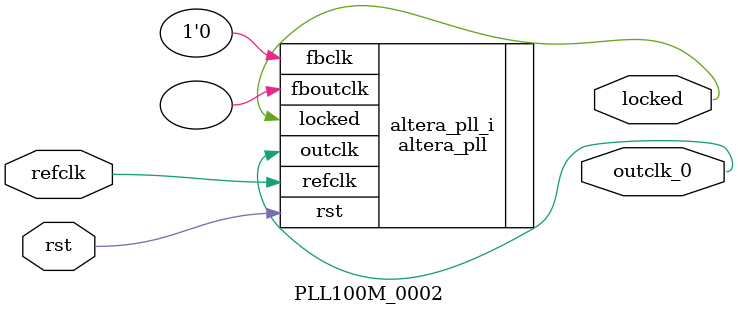
<source format=v>
`timescale 1ns/10ps
module  PLL100M_0002(

	// interface 'refclk'
	input wire refclk,

	// interface 'reset'
	input wire rst,

	// interface 'outclk0'
	output wire outclk_0,

	// interface 'locked'
	output wire locked
);

	altera_pll #(
		.fractional_vco_multiplier("true"),
		.reference_clock_frequency("50.0 MHz"),
		.operation_mode("direct"),
		.number_of_clocks(1),
		.output_clock_frequency0("100.000000 MHz"),
		.phase_shift0("0 ps"),
		.duty_cycle0(50),
		.output_clock_frequency1("0 MHz"),
		.phase_shift1("0 ps"),
		.duty_cycle1(50),
		.output_clock_frequency2("0 MHz"),
		.phase_shift2("0 ps"),
		.duty_cycle2(50),
		.output_clock_frequency3("0 MHz"),
		.phase_shift3("0 ps"),
		.duty_cycle3(50),
		.output_clock_frequency4("0 MHz"),
		.phase_shift4("0 ps"),
		.duty_cycle4(50),
		.output_clock_frequency5("0 MHz"),
		.phase_shift5("0 ps"),
		.duty_cycle5(50),
		.output_clock_frequency6("0 MHz"),
		.phase_shift6("0 ps"),
		.duty_cycle6(50),
		.output_clock_frequency7("0 MHz"),
		.phase_shift7("0 ps"),
		.duty_cycle7(50),
		.output_clock_frequency8("0 MHz"),
		.phase_shift8("0 ps"),
		.duty_cycle8(50),
		.output_clock_frequency9("0 MHz"),
		.phase_shift9("0 ps"),
		.duty_cycle9(50),
		.output_clock_frequency10("0 MHz"),
		.phase_shift10("0 ps"),
		.duty_cycle10(50),
		.output_clock_frequency11("0 MHz"),
		.phase_shift11("0 ps"),
		.duty_cycle11(50),
		.output_clock_frequency12("0 MHz"),
		.phase_shift12("0 ps"),
		.duty_cycle12(50),
		.output_clock_frequency13("0 MHz"),
		.phase_shift13("0 ps"),
		.duty_cycle13(50),
		.output_clock_frequency14("0 MHz"),
		.phase_shift14("0 ps"),
		.duty_cycle14(50),
		.output_clock_frequency15("0 MHz"),
		.phase_shift15("0 ps"),
		.duty_cycle15(50),
		.output_clock_frequency16("0 MHz"),
		.phase_shift16("0 ps"),
		.duty_cycle16(50),
		.output_clock_frequency17("0 MHz"),
		.phase_shift17("0 ps"),
		.duty_cycle17(50),
		.pll_type("General"),
		.pll_subtype("General")
	) altera_pll_i (
		.rst	(rst),
		.outclk	({outclk_0}),
		.locked	(locked),
		.fboutclk	( ),
		.fbclk	(1'b0),
		.refclk	(refclk)
	);
endmodule


</source>
